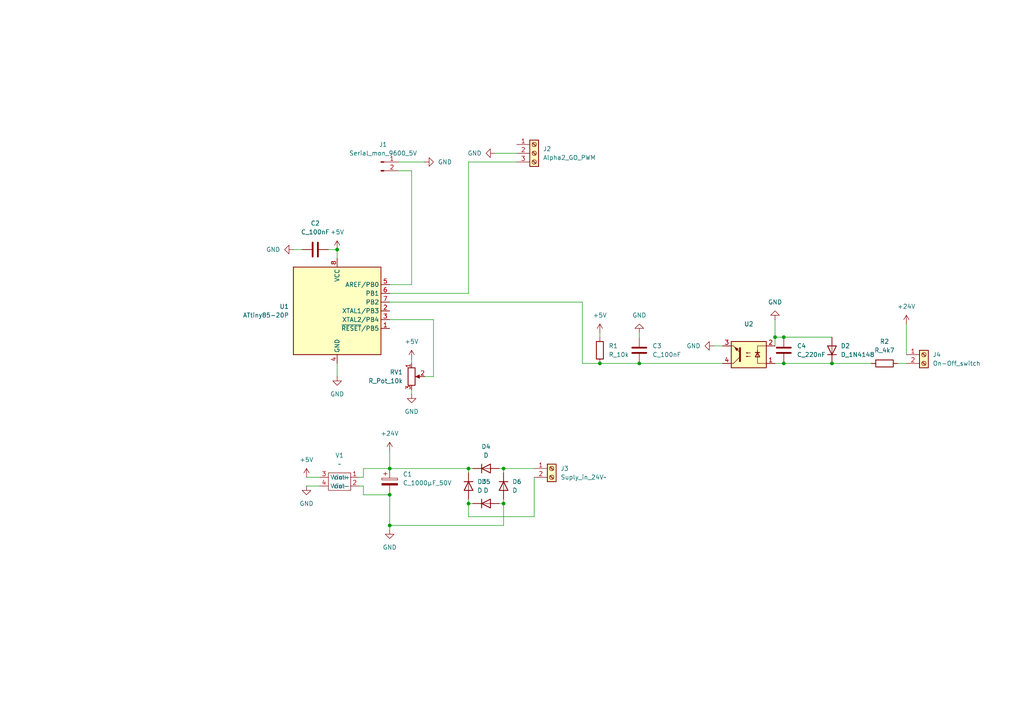
<source format=kicad_sch>
(kicad_sch (version 20250114) (generator "eeschema") (generator_version "9.0")
  (paper "A4")
  (lib_symbols
    (symbol "Connector:Conn_01x02_Pin" (pin_names (offset 1.016) (hide yes))
      (property "Reference" "J" (at 0 2.54 0))
      (property "Value" "Conn_01x02_Pin" (at 0 -5.08 0))
      (symbol "Conn_01x02_Pin_1_1"
        (rectangle (start 0.8636 0.127) (end 0 -0.127) (stroke (width 0.1524)) (fill (type outline)))
        (rectangle (start 0.8636 -2.413) (end 0 -2.667) (stroke (width 0.1524)) (fill (type outline)))
        (polyline (pts (xy 1.27 0) (xy 0.8636 0)) (stroke (width 0.1524)))
        (polyline (pts (xy 1.27 -2.54) (xy 0.8636 -2.54)) (stroke (width 0.1524)))
        (pin passive line (at 5.08 0 180) (length 3.81) (name "Pin_1") (number "1"))
        (pin passive line (at 5.08 -2.54 180) (length 3.81) (name "Pin_2") (number "2"))
      )
    )
    (symbol "Connector:Screw_Terminal_01x02" (pin_names (offset 1.016) (hide yes))
      (property "Reference" "J" (at 0 2.54 0))
      (property "Value" "Screw_Terminal_01x02" (at 0 -5.08 0))
      (symbol "Screw_Terminal_01x02_1_1"
        (rectangle (start -1.27 1.27) (end 1.27 -3.81) (stroke (width 0.254)) (fill (type background)))
        (polyline (pts (xy -0.5334 0.3302) (xy 0.3302 -0.508)) (stroke (width 0.1524)))
        (polyline (pts (xy -0.5334 -2.2098) (xy 0.3302 -3.048)) (stroke (width 0.1524)))
        (polyline (pts (xy -0.3556 0.508) (xy 0.508 -0.3302)) (stroke (width 0.1524)))
        (polyline (pts (xy -0.3556 -2.032) (xy 0.508 -2.8702)) (stroke (width 0.1524)))
        (circle (center 0 0) (radius 0.635) (stroke (width 0.1524)))
        (circle (center 0 -2.54) (radius 0.635) (stroke (width 0.1524)))
        (pin passive line (at -5.08 0 0) (length 3.81) (name "Pin_1") (number "1"))
        (pin passive line (at -5.08 -2.54 0) (length 3.81) (name "Pin_2") (number "2"))
      )
    )
    (symbol "Connector:Screw_Terminal_01x03" (pin_names (offset 1.016) (hide yes))
      (property "Reference" "J" (at 0 5.08 0))
      (property "Value" "Screw_Terminal_01x03" (at 0 -5.08 0))
      (symbol "Screw_Terminal_01x03_1_1"
        (rectangle (start -1.27 3.81) (end 1.27 -3.81) (stroke (width 0.254)) (fill (type background)))
        (polyline (pts (xy -0.5334 2.8702) (xy 0.3302 2.032)) (stroke (width 0.1524)))
        (polyline (pts (xy -0.5334 0.3302) (xy 0.3302 -0.508)) (stroke (width 0.1524)))
        (polyline (pts (xy -0.5334 -2.2098) (xy 0.3302 -3.048)) (stroke (width 0.1524)))
        (polyline (pts (xy -0.3556 3.048) (xy 0.508 2.2098)) (stroke (width 0.1524)))
        (polyline (pts (xy -0.3556 0.508) (xy 0.508 -0.3302)) (stroke (width 0.1524)))
        (polyline (pts (xy -0.3556 -2.032) (xy 0.508 -2.8702)) (stroke (width 0.1524)))
        (circle (center 0 2.54) (radius 0.635) (stroke (width 0.1524)))
        (circle (center 0 0) (radius 0.635) (stroke (width 0.1524)))
        (circle (center 0 -2.54) (radius 0.635) (stroke (width 0.1524)))
        (pin passive line (at -5.08 2.54 0) (length 3.81) (name "Pin_1") (number "1"))
        (pin passive line (at -5.08 0 0) (length 3.81) (name "Pin_2") (number "2"))
        (pin passive line (at -5.08 -2.54 0) (length 3.81) (name "Pin_3") (number "3"))
      )
    )
    (symbol "Device:C" (pin_numbers (hide yes)) (pin_names (offset 0.254))
      (property "Reference" "C" (at 0.635 2.54 0))
      (property "Value" "C" (at 0.635 -2.54 0))
      (symbol "C_0_1"
        (polyline (pts (xy -2.032 0.762) (xy 2.032 0.762)) (stroke (width 0.508)))
        (polyline (pts (xy -2.032 -0.762) (xy 2.032 -0.762)) (stroke (width 0.508)))
      )
      (symbol "C_1_1"
        (pin passive line (at 0 3.81 270) (length 2.794) (name "~") (number "1"))
        (pin passive line (at 0 -3.81 90) (length 2.794) (name "~") (number "2"))
      )
    )
    (symbol "Device:C_Polarized" (pin_numbers (hide yes)) (pin_names (offset 0.254))
      (property "Reference" "C" (at 0.635 2.54 0))
      (property "Value" "C_Polarized" (at 0.635 -2.54 0))
      (symbol "C_Polarized_0_1"
        (rectangle (start -2.286 0.508) (end 2.286 1.016))
        (polyline (pts (xy -1.778 2.286) (xy -0.762 2.286)))
        (polyline (pts (xy -1.27 2.794) (xy -1.27 1.778)))
        (rectangle (start 2.286 -0.508) (end -2.286 -1.016) (fill (type outline)))
      )
      (symbol "C_Polarized_1_1"
        (pin passive line (at 0 3.81 270) (length 2.794) (name "~") (number "1"))
        (pin passive line (at 0 -3.81 90) (length 2.794) (name "~") (number "2"))
      )
    )
    (symbol "Device:D" (pin_numbers (hide yes)) (pin_names (offset 1.016) (hide yes))
      (property "Reference" "D" (at 0 2.54 0))
      (property "Value" "D" (at 0 -2.54 0))
      (symbol "D_0_1"
        (polyline (pts (xy -1.27 1.27) (xy -1.27 -1.27)) (stroke (width 0.254)))
        (polyline (pts (xy 1.27 1.27) (xy 1.27 -1.27) (xy -1.27 0) (xy 1.27 1.27)) (stroke (width 0.254)))
        (polyline (pts (xy 1.27 0) (xy -1.27 0)))
      )
      (symbol "D_1_1"
        (pin passive line (at -3.81 0 0) (length 2.54) (name "K") (number "1"))
        (pin passive line (at 3.81 0 180) (length 2.54) (name "A") (number "2"))
      )
    )
    (symbol "Device:R" (pin_numbers (hide yes)) (pin_names (offset 0))
      (property "Reference" "R" (at 2.032 0 90))
      (property "Value" "R" (at 0 0 90))
      (symbol "R_0_1"
        (rectangle (start -1.016 -2.54) (end 1.016 2.54) (stroke (width 0.254)))
      )
      (symbol "R_1_1"
        (pin passive line (at 0 3.81 270) (length 1.27) (name "~") (number "1"))
        (pin passive line (at 0 -3.81 90) (length 1.27) (name "~") (number "2"))
      )
    )
    (symbol "Device:R_Potentiometer" (pin_names (offset 1.016) (hide yes))
      (property "Reference" "RV" (at -4.445 0 90))
      (property "Value" "R_Potentiometer" (at -2.54 0 90))
      (symbol "R_Potentiometer_0_1"
        (rectangle (start 1.016 2.54) (end -1.016 -2.54) (stroke (width 0.254)))
        (polyline (pts (xy 1.143 0) (xy 2.286 0.508) (xy 2.286 -0.508) (xy 1.143 0)) (fill (type outline)))
        (polyline (pts (xy 2.54 0) (xy 1.524 0)))
      )
      (symbol "R_Potentiometer_1_1"
        (pin passive line (at 0 3.81 270) (length 1.27) (name "1") (number "1"))
        (pin passive line (at 0 -3.81 90) (length 1.27) (name "3") (number "3"))
        (pin passive line (at 3.81 0 180) (length 1.27) (name "2") (number "2"))
      )
    )
    (symbol "Isolator:Optocoupler_DC_PhotoNPN_AKEC"
      (property "Reference" "U" (at -5.08 5.08 0))
      (property "Value" "Optocoupler_DC_PhotoNPN_AKEC" (at 0 5.08 0))
      (symbol "Optocoupler_DC_PhotoNPN_AKEC_0_1"
        (rectangle (start -5.08 3.81) (end 5.08 -3.81) (stroke (width 0.254)) (fill (type background)))
        (polyline (pts (xy -5.08 2.54) (xy -2.54 2.54) (xy -2.54 -1.27) (xy -2.54 0.635)))
        (polyline (pts (xy -3.175 -0.635) (xy -1.905 -0.635)) (stroke (width 0.254)))
        (polyline (pts (xy -2.54 -0.635) (xy -2.54 -2.54) (xy -5.08 -2.54)))
        (polyline (pts (xy -2.54 -0.635) (xy -3.175 0.635) (xy -1.905 0.635) (xy -2.54 -0.635)) (stroke (width 0.254)))
        (polyline (pts (xy -0.508 0.508) (xy 0.762 0.508) (xy 0.381 0.381) (xy 0.381 0.635) (xy 0.762 0.508)))
        (polyline (pts (xy -0.508 -0.508) (xy 0.762 -0.508) (xy 0.381 -0.635) (xy 0.381 -0.381) (xy 0.762 -0.508)))
        (polyline (pts (xy 2.54 1.905) (xy 2.54 -1.905)) (stroke (width 0.508)))
        (polyline (pts (xy 2.54 0.635) (xy 4.445 2.54)))
        (polyline (pts (xy 3.048 -1.651) (xy 3.556 -1.143) (xy 4.064 -2.159) (xy 3.048 -1.651)) (fill (type outline)))
        (polyline (pts (xy 4.445 2.54) (xy 5.08 2.54)))
        (polyline (pts (xy 4.445 -2.54) (xy 2.54 -0.635)) (fill (type outline)))
        (polyline (pts (xy 4.445 -2.54) (xy 5.08 -2.54)))
      )
      (symbol "Optocoupler_DC_PhotoNPN_AKEC_1_1"
        (pin passive line (at -7.62 2.54 0) (length 2.54) (name "~") (number "1"))
        (pin passive line (at -7.62 -2.54 0) (length 2.54) (name "~") (number "2"))
        (pin passive line (at 7.62 2.54 180) (length 2.54) (name "~") (number "4"))
        (pin passive line (at 7.62 -2.54 180) (length 2.54) (name "~") (number "3"))
      )
    )
    (symbol "MCU_Microchip_ATtiny:ATtiny85-20P"
      (property "Reference" "U" (at -12.7 13.97 0))
      (property "Value" "ATtiny85-20P" (at 2.54 -13.97 0))
      (symbol "ATtiny85-20P_0_1"
        (rectangle (start -12.7 -12.7) (end 12.7 12.7) (stroke (width 0.254)) (fill (type background)))
      )
      (symbol "ATtiny85-20P_1_1"
        (pin power_in line (at 0 15.24 270) (length 2.54) (name "VCC") (number "8"))
        (pin power_in line (at 0 -15.24 90) (length 2.54) (name "GND") (number "4"))
        (pin bidirectional line (at 15.24 7.62 180) (length 2.54) (name "AREF/PB0") (number "5"))
        (pin bidirectional line (at 15.24 5.08 180) (length 2.54) (name "PB1") (number "6"))
        (pin bidirectional line (at 15.24 2.54 180) (length 2.54) (name "PB2") (number "7"))
        (pin bidirectional line (at 15.24 0 180) (length 2.54) (name "XTAL1/PB3") (number "2"))
        (pin bidirectional line (at 15.24 -2.54 180) (length 2.54) (name "XTAL2/PB4") (number "3"))
        (pin bidirectional line (at 15.24 -5.08 180) (length 2.54) (name "~{RESET}/PB5") (number "1"))
      )
    )
    (symbol "Niels:V100EY9"
      (property "Reference" "V" (at 0 0 0))
      (symbol "V100EY9_0_1"
        (rectangle (start 0 0) (end 6.477 -5.08))
      )
      (symbol "V100EY9_1_1"
        (pin output line (at -2.54 -1.27 0) (length 2.54) (name "Vout+") (number "3"))
        (pin output line (at -2.54 -3.81 0) (length 2.54) (name "Vout-") (number "4"))
        (pin input line (at 8.89 -1.27 180) (length 2.54) (name "Vin+") (number "1"))
        (pin input line (at 8.89 -3.81 180) (length 2.54) (name "Vin-") (number "2"))
      )
    )
    (symbol "power:+24V" (power) (pin_numbers (hide yes)) (pin_names (offset 0) (hide yes))
      (property "Value" "+24V" (at 0 3.556 0))
      (symbol "+24V_0_1"
        (polyline (pts (xy -0.762 1.27) (xy 0 2.54)))
        (polyline (pts (xy 0 2.54) (xy 0.762 1.27)))
        (polyline (pts (xy 0 0) (xy 0 2.54)))
      )
      (symbol "+24V_1_1"
        (pin power_in line (at 0 0 90) (length 0) (name "~") (number "1"))
      )
    )
    (symbol "power:+5V" (power) (pin_numbers (hide yes)) (pin_names (offset 0) (hide yes))
      (property "Value" "+5V" (at 0 3.556 0))
      (symbol "+5V_0_1"
        (polyline (pts (xy -0.762 1.27) (xy 0 2.54)))
        (polyline (pts (xy 0 2.54) (xy 0.762 1.27)))
        (polyline (pts (xy 0 0) (xy 0 2.54)))
      )
      (symbol "+5V_1_1"
        (pin power_in line (at 0 0 90) (length 0) (name "~") (number "1"))
      )
    )
    (symbol "power:GND" (power) (pin_numbers (hide yes)) (pin_names (offset 0) (hide yes))
      (property "Value" "GND" (at 0 -3.81 0))
      (symbol "GND_0_1"
        (polyline (pts (xy 0 0) (xy 0 -1.27) (xy 1.27 -1.27) (xy 0 -2.54) (xy -1.27 -1.27) (xy 0 -1.27)))
      )
      (symbol "GND_1_1"
        (pin power_in line (at 0 0 270) (length 0) (name "~") (number "1"))
      )
    )
  )
  (junction (at 227.33 105.41))
  (junction (at 224.79 97.79))
  (junction (at 185.42 105.41))
  (junction (at 173.99 105.41))
  (junction (at 135.89 146.05))
  (junction (at 146.05 146.05))
  (junction (at 227.33 97.79))
  (junction (at 113.03 152.4))
  (junction (at 241.3 105.41))
  (junction (at 113.03 143.51))
  (junction (at 135.89 135.89))
  (junction (at 113.03 135.89))
  (junction (at 97.79 72.39))
  (junction (at 146.05 135.89))
  (wire (pts (xy 135.89 144.78) (xy 135.89 146.05)))
  (wire (pts (xy 135.89 135.89) (xy 135.89 137.16)))
  (wire (pts (xy 97.79 105.41) (xy 97.79 109.22)))
  (wire (pts (xy 154.94 138.43) (xy 154.94 149.86)))
  (wire (pts (xy 224.79 100.33) (xy 224.79 97.79)))
  (wire (pts (xy 146.05 152.4) (xy 113.03 152.4)))
  (wire (pts (xy 119.38 113.03) (xy 119.38 114.3)))
  (wire (pts (xy 224.79 105.41) (xy 227.33 105.41)))
  (wire (pts (xy 119.38 104.14) (xy 119.38 105.41)))
  (wire (pts (xy 88.9 140.97) (xy 92.71 140.97)))
  (wire (pts (xy 135.89 146.05) (xy 137.16 146.05)))
  (wire (pts (xy 105.41 138.43) (xy 105.41 135.89)))
  (wire (pts (xy 135.89 46.99) (xy 149.86 46.99)))
  (wire (pts (xy 135.89 46.99) (xy 135.89 85.09)))
  (wire (pts (xy 185.42 105.41) (xy 209.55 105.41)))
  (wire (pts (xy 135.89 149.86) (xy 135.89 146.05)))
  (wire (pts (xy 104.14 138.43) (xy 105.41 138.43)))
  (wire (pts (xy 113.03 135.89) (xy 135.89 135.89)))
  (wire (pts (xy 168.91 105.41) (xy 173.99 105.41)))
  (wire (pts (xy 113.03 87.63) (xy 168.91 87.63)))
  (wire (pts (xy 224.79 97.79) (xy 227.33 97.79)))
  (wire (pts (xy 125.73 109.22) (xy 123.19 109.22)))
  (wire (pts (xy 173.99 96.52) (xy 173.99 97.79)))
  (wire (pts (xy 262.89 93.98) (xy 262.89 102.87)))
  (wire (pts (xy 146.05 146.05) (xy 146.05 152.4)))
  (wire (pts (xy 125.73 92.71) (xy 125.73 109.22)))
  (wire (pts (xy 85.09 72.39) (xy 87.63 72.39)))
  (wire (pts (xy 88.9 138.43) (xy 92.71 138.43)))
  (wire (pts (xy 224.79 97.79) (xy 224.79 92.71)))
  (wire (pts (xy 168.91 87.63) (xy 168.91 105.41)))
  (wire (pts (xy 104.14 140.97) (xy 105.41 140.97)))
  (wire (pts (xy 113.03 82.55) (xy 119.38 82.55)))
  (wire (pts (xy 146.05 135.89) (xy 154.94 135.89)))
  (wire (pts (xy 95.25 72.39) (xy 97.79 72.39)))
  (wire (pts (xy 146.05 135.89) (xy 146.05 137.16)))
  (wire (pts (xy 105.41 140.97) (xy 105.41 143.51)))
  (wire (pts (xy 241.3 105.41) (xy 252.73 105.41)))
  (wire (pts (xy 119.38 82.55) (xy 119.38 49.53)))
  (wire (pts (xy 227.33 97.79) (xy 241.3 97.79)))
  (wire (pts (xy 113.03 152.4) (xy 113.03 143.51)))
  (wire (pts (xy 146.05 146.05) (xy 144.78 146.05)))
  (wire (pts (xy 173.99 105.41) (xy 185.42 105.41)))
  (wire (pts (xy 144.78 135.89) (xy 146.05 135.89)))
  (wire (pts (xy 135.89 85.09) (xy 113.03 85.09)))
  (wire (pts (xy 146.05 144.78) (xy 146.05 146.05)))
  (wire (pts (xy 119.38 49.53) (xy 115.57 49.53)))
  (wire (pts (xy 137.16 135.89) (xy 135.89 135.89)))
  (wire (pts (xy 260.35 105.41) (xy 262.89 105.41)))
  (wire (pts (xy 113.03 92.71) (xy 125.73 92.71)))
  (wire (pts (xy 97.79 72.39) (xy 97.79 74.93)))
  (wire (pts (xy 227.33 105.41) (xy 241.3 105.41)))
  (wire (pts (xy 105.41 143.51) (xy 113.03 143.51)))
  (wire (pts (xy 154.94 149.86) (xy 135.89 149.86)))
  (wire (pts (xy 105.41 135.89) (xy 113.03 135.89)))
  (wire (pts (xy 185.42 96.52) (xy 185.42 97.79)))
  (wire (pts (xy 207.01 100.33) (xy 209.55 100.33)))
  (wire (pts (xy 113.03 153.67) (xy 113.03 152.4)))
  (wire (pts (xy 115.57 46.99) (xy 123.19 46.99)))
  (wire (pts (xy 143.51 44.45) (xy 149.86 44.45)))
  (wire (pts (xy 113.03 130.81) (xy 113.03 135.89)))
  (symbol (lib_id "power:GND") (at 143.51 44.45 270) (unit 1)
    (property "Reference" "#PWR08" (effects (hide yes)))
    (property "Value" "GND" (at 139.7 44.4499 90) (effects (justify right)))
    (property "Description" "Power symbol creates a global label with name \"GND\" , ground" (effects (hide yes)))
  )
  (symbol (lib_id "power:+5V") (at 173.99 96.52 0) (unit 1)
    (property "Reference" "#PWR011" (effects (hide yes)))
    (property "Value" "+5V" (at 173.99 91.44 0))
    (property "Description" "Power symbol creates a global label with name \"+5V\"" (effects (hide yes)))
  )
  (symbol (lib_id "power:GND") (at 113.03 153.67 0) (unit 1)
    (property "Reference" "#PWR017" (effects (hide yes)))
    (property "Value" "GND" (at 113.03 158.75 0))
    (property "Description" "Power symbol creates a global label with name \"GND\" , ground" (effects (hide yes)))
  )
  (symbol (lib_id "power:+5V") (at 97.79 72.39 0) (unit 1)
    (property "Reference" "#PWR02" (effects (hide yes)))
    (property "Value" "+5V" (at 97.79 67.31 0))
    (property "Description" "Power symbol creates a global label with name \"+5V\"" (effects (hide yes)))
  )
  (symbol (lib_id "Device:C") (at 185.42 101.6 0) (unit 1)
    (property "Reference" "C3" (at 189.23 100.3299 0) (effects (justify left)))
    (property "Value" "C_100nF" (at 189.23 102.8699 0) (effects (justify left)))
    (property "Footprint" "Capacitor_THT:C_Disc_D5.0mm_W2.5mm_P5.00mm" (effects (hide yes)))
    (property "Description" "Unpolarized capacitor" (effects (hide yes)))
  )
  (symbol (lib_id "Device:D") (at 241.3 101.6 90) (unit 1)
    (property "Reference" "D2" (at 243.84 100.3299 90) (effects (justify right)))
    (property "Value" "D_1N4148" (at 243.84 102.8699 90) (effects (justify right)))
    (property "Footprint" "Diode_THT:D_A-405_P7.62mm_Horizontal" (effects (hide yes)))
    (property "Description" "Diode" (effects (hide yes)))
    (property "Sim.Device" "D" (effects (hide yes)))
    (property "Sim.Pins" "1=K 2=A" (effects (hide yes)))
  )
  (symbol (lib_id "power:+24V") (at 113.03 130.81 0) (unit 1)
    (property "Reference" "#PWR015" (effects (hide yes)))
    (property "Value" "+24V" (at 113.03 125.73 0))
    (property "Description" "Power symbol creates a global label with name \"+24V\"" (effects (hide yes)))
  )
  (symbol (lib_id "power:GND") (at 224.79 92.71 180) (unit 1)
    (property "Reference" "#PWR018" (effects (hide yes)))
    (property "Value" "GND" (at 224.79 87.63 0))
    (property "Description" "Power symbol creates a global label with name \"GND\" , ground" (effects (hide yes)))
  )
  (symbol (lib_id "Connector:Screw_Terminal_01x02") (at 267.97 102.87 0) (unit 1)
    (property "Reference" "J4" (at 270.51 102.8699 0) (effects (justify left)))
    (property "Value" "On-Off_switch" (at 270.51 105.4099 0) (effects (justify left)))
    (property "Footprint" "TerminalBlock_Phoenix:TerminalBlock_Phoenix_MPT-0,5-2-2.54_1x02_P2.54mm_Horizontal" (effects (hide yes)))
    (property "Description" "Generic screw terminal, single row, 01x02, script generated (kicad-library-utils/schlib/autogen/connector/)" (effects (hide yes)))
  )
  (symbol (lib_id "Device:C_Polarized") (at 113.03 139.7 0) (unit 1)
    (property "Reference" "C1" (at 116.84 137.5409 0) (effects (justify left)))
    (property "Value" "C_1000µF_50V" (at 116.84 140.0809 0) (effects (justify left)))
    (property "Footprint" "Capacitor_THT:CP_Radial_D10.0mm_P5.00mm" (effects (hide yes)))
    (property "Description" "Polarized capacitor" (effects (hide yes)))
  )
  (symbol (lib_id "Device:D") (at 140.97 135.89 0) (unit 1)
    (property "Reference" "D4" (at 140.97 129.54 0))
    (property "Value" "D" (at 140.97 132.08 0))
    (property "Footprint" "Diode_THT:D_A-405_P7.62mm_Horizontal" (effects (hide yes)))
    (property "Description" "Diode" (effects (hide yes)))
    (property "Sim.Device" "D" (effects (hide yes)))
    (property "Sim.Pins" "1=K 2=A" (effects (hide yes)))
  )
  (symbol (lib_id "Device:R") (at 173.99 101.6 0) (unit 1)
    (property "Reference" "R1" (at 176.53 100.3299 0) (effects (justify left)))
    (property "Value" "R_10k" (at 176.53 102.8699 0) (effects (justify left)))
    (property "Footprint" "Resistor_THT:R_Axial_DIN0204_L3.6mm_D1.6mm_P5.08mm_Horizontal" (effects (hide yes)))
    (property "Description" "Resistor" (effects (hide yes)))
  )
  (symbol (lib_id "Isolator:Optocoupler_DC_PhotoNPN_AKEC") (at 217.17 102.87 180) (unit 1)
    (property "Reference" "U2" (at 217.17 93.98 0))
    (property "Value" "Optocoupler_DC_PhotoNPN_AKEC" (effects (hide yes)))
    (property "Footprint" "Package_DIP:DIP-4_W7.62mm_LongPads" (effects (hide yes)))
    (property "Description" "Generic DC optocoupler with NPN phototransistor output, pins order: anode/cathode/emitter/collector" (effects (hide yes)))
  )
  (symbol (lib_id "Device:D") (at 140.97 146.05 0) (unit 1)
    (property "Reference" "D5" (at 140.97 139.7 0))
    (property "Value" "D" (at 140.97 142.24 0))
    (property "Footprint" "Diode_THT:D_A-405_P7.62mm_Horizontal" (effects (hide yes)))
    (property "Description" "Diode" (effects (hide yes)))
    (property "Sim.Device" "D" (effects (hide yes)))
    (property "Sim.Pins" "1=K 2=A" (effects (hide yes)))
  )
  (symbol (lib_id "Device:D") (at 146.05 140.97 270) (unit 1)
    (property "Reference" "D6" (at 148.59 139.6999 90) (effects (justify left)))
    (property "Value" "D" (at 148.59 142.2399 90) (effects (justify left)))
    (property "Footprint" "Diode_THT:D_A-405_P7.62mm_Horizontal" (effects (hide yes)))
    (property "Description" "Diode" (effects (hide yes)))
    (property "Sim.Device" "D" (effects (hide yes)))
    (property "Sim.Pins" "1=K 2=A" (effects (hide yes)))
  )
  (symbol (lib_id "power:GND") (at 88.9 140.97 0) (unit 1)
    (property "Reference" "#PWR04" (effects (hide yes)))
    (property "Value" "GND" (at 88.9 146.05 0))
    (property "Description" "Power symbol creates a global label with name \"GND\" , ground" (effects (hide yes)))
  )
  (symbol (lib_id "Connector:Screw_Terminal_01x03") (at 154.94 44.45 0) (unit 1)
    (property "Reference" "J2" (at 157.48 43.1799 0) (effects (justify left)))
    (property "Value" "Alpha2_GO_PWM" (at 157.48 45.7199 0) (effects (justify left)))
    (property "Footprint" "TerminalBlock_Phoenix:TerminalBlock_Phoenix_MPT-0,5-3-2.54_1x03_P2.54mm_Horizontal" (effects (hide yes)))
    (property "Description" "Generic screw terminal, single row, 01x03, script generated (kicad-library-utils/schlib/autogen/connector/)" (effects (hide yes)))
  )
  (symbol (lib_id "MCU_Microchip_ATtiny:ATtiny85-20P") (at 97.79 90.17 0) (unit 1)
    (property "Reference" "U1" (at 83.82 88.8999 0) (effects (justify right)))
    (property "Value" "ATtiny85-20P" (at 83.82 91.4399 0) (effects (justify right)))
    (property "Footprint" "Package_DIP:DIP-8_W7.62mm" (effects (hide yes)))
    (property "Datasheet" "http://ww1.microchip.com/downloads/en/DeviceDoc/atmel-2586-avr-8-bit-microcontroller-attiny25-attiny45-attiny85_datasheet.pdf" (effects (hide yes)))
    (property "Description" "20MHz, 8kB Flash, 512B SRAM, 512B EEPROM, debugWIRE, DIP-8" (effects (hide yes)))
  )
  (symbol (lib_id "power:GND") (at 185.42 96.52 180) (unit 1)
    (property "Reference" "#PWR012" (effects (hide yes)))
    (property "Value" "GND" (at 185.42 91.44 0))
    (property "Description" "Power symbol creates a global label with name \"GND\" , ground" (effects (hide yes)))
  )
  (symbol (lib_id "power:+5V") (at 88.9 138.43 0) (unit 1)
    (property "Reference" "#PWR03" (effects (hide yes)))
    (property "Value" "+5V" (at 88.9 133.35 0))
    (property "Description" "Power symbol creates a global label with name \"+5V\"" (effects (hide yes)))
  )
  (symbol (lib_id "power:+24V") (at 262.89 93.98 0) (unit 1)
    (property "Reference" "#PWR016" (effects (hide yes)))
    (property "Value" "+24V" (at 262.89 88.9 0))
    (property "Description" "Power symbol creates a global label with name \"+24V\"" (effects (hide yes)))
  )
  (symbol (lib_id "power:GND") (at 85.09 72.39 270) (unit 1)
    (property "Reference" "#PWR010" (effects (hide yes)))
    (property "Value" "GND" (at 81.28 72.3899 90) (effects (justify right)))
    (property "Description" "Power symbol creates a global label with name \"GND\" , ground" (effects (hide yes)))
  )
  (symbol (lib_id "Connector:Conn_01x02_Pin") (at 110.49 46.99 0) (unit 1)
    (property "Reference" "J1" (at 111.125 41.91 0))
    (property "Value" "Serial_mon_9600_5V" (at 111.125 44.45 0))
    (property "Footprint" "Connector_PinHeader_2.54mm:PinHeader_1x02_P2.54mm_Vertical" (effects (hide yes)))
    (property "Description" "Generic connector, single row, 01x02, script generated" (effects (hide yes)))
  )
  (symbol (lib_id "Device:D") (at 135.89 140.97 270) (unit 1)
    (property "Reference" "D3" (at 138.43 139.6999 90) (effects (justify left)))
    (property "Value" "D" (at 138.43 142.2399 90) (effects (justify left)))
    (property "Footprint" "Diode_THT:D_A-405_P7.62mm_Horizontal" (effects (hide yes)))
    (property "Description" "Diode" (effects (hide yes)))
    (property "Sim.Device" "D" (effects (hide yes)))
    (property "Sim.Pins" "1=K 2=A" (effects (hide yes)))
  )
  (symbol (lib_id "power:GND") (at 97.79 109.22 0) (unit 1)
    (property "Reference" "#PWR01" (effects (hide yes)))
    (property "Value" "GND" (at 97.79 114.3 0))
    (property "Description" "Power symbol creates a global label with name \"GND\" , ground" (effects (hide yes)))
  )
  (symbol (lib_id "Device:R") (at 256.54 105.41 270) (unit 1)
    (property "Reference" "R2" (at 256.54 99.06 90))
    (property "Value" "R_4k7" (at 256.54 101.6 90))
    (property "Footprint" "Resistor_THT:R_Axial_DIN0204_L3.6mm_D1.6mm_P5.08mm_Horizontal" (effects (hide yes)))
    (property "Description" "Resistor" (effects (hide yes)))
  )
  (symbol (lib_id "Niels:V100EY9") (at 95.25 137.16 0) (unit 1)
    (property "Reference" "V1" (at 98.4885 132.08 0))
    (property "Value" "~" (at 98.4885 134.62 0))
    (property "Footprint" "Niels:V100EY9" (effects (hide yes)))
  )
  (symbol (lib_id "Connector:Screw_Terminal_01x02") (at 160.02 135.89 0) (unit 1)
    (property "Reference" "J3" (at 162.56 135.8899 0) (effects (justify left)))
    (property "Value" "Suply_in_24V~" (at 162.56 138.4299 0) (effects (justify left)))
    (property "Footprint" "TerminalBlock_Phoenix:TerminalBlock_Phoenix_MPT-0,5-2-2.54_1x02_P2.54mm_Horizontal" (effects (hide yes)))
    (property "Description" "Generic screw terminal, single row, 01x02, script generated (kicad-library-utils/schlib/autogen/connector/)" (effects (hide yes)))
  )
  (symbol (lib_id "Device:C") (at 91.44 72.39 90) (unit 1)
    (property "Reference" "C2" (at 91.44 64.77 90))
    (property "Value" "C_100nF" (at 91.44 67.31 90))
    (property "Footprint" "Capacitor_THT:C_Disc_D5.0mm_W2.5mm_P5.00mm" (effects (hide yes)))
    (property "Description" "Unpolarized capacitor" (effects (hide yes)))
  )
  (symbol (lib_id "power:GND") (at 123.19 46.99 90) (unit 1)
    (property "Reference" "#PWR07" (effects (hide yes)))
    (property "Value" "GND" (at 127 46.9899 90) (effects (justify right)))
    (property "Description" "Power symbol creates a global label with name \"GND\" , ground" (effects (hide yes)))
  )
  (symbol (lib_id "Device:C") (at 227.33 101.6 0) (unit 1)
    (property "Reference" "C4" (at 231.14 100.3299 0) (effects (justify left)))
    (property "Value" "C_220nF" (at 231.14 102.8699 0) (effects (justify left)))
    (property "Footprint" "Capacitor_THT:C_Disc_D5.0mm_W2.5mm_P5.00mm" (effects (hide yes)))
    (property "Description" "Unpolarized capacitor" (effects (hide yes)))
  )
  (symbol (lib_id "power:GND") (at 119.38 114.3 0) (unit 1)
    (property "Reference" "#PWR05" (effects (hide yes)))
    (property "Value" "GND" (at 119.38 119.38 0))
    (property "Description" "Power symbol creates a global label with name \"GND\" , ground" (effects (hide yes)))
  )
  (symbol (lib_id "power:GND") (at 207.01 100.33 270) (unit 1)
    (property "Reference" "#PWR09" (effects (hide yes)))
    (property "Value" "GND" (at 203.2 100.3299 90) (effects (justify right)))
    (property "Description" "Power symbol creates a global label with name \"GND\" , ground" (effects (hide yes)))
  )
  (symbol (lib_id "power:+5V") (at 119.38 104.14 0) (unit 1)
    (property "Reference" "#PWR06" (effects (hide yes)))
    (property "Value" "+5V" (at 119.38 99.06 0))
    (property "Description" "Power symbol creates a global label with name \"+5V\"" (effects (hide yes)))
  )
  (symbol (lib_id "Device:R_Potentiometer") (at 119.38 109.22 0) (unit 1)
    (property "Reference" "RV1" (at 116.84 107.9499 0) (effects (justify right)))
    (property "Value" "R_Pot_10k" (at 116.84 110.4899 0) (effects (justify right)))
    (property "Footprint" "Potentiometer_THT:Potentiometer_Runtron_RM-065_Vertical" (effects (hide yes)))
    (property "Description" "Potentiometer" (effects (hide yes)))
  )
)
</source>
